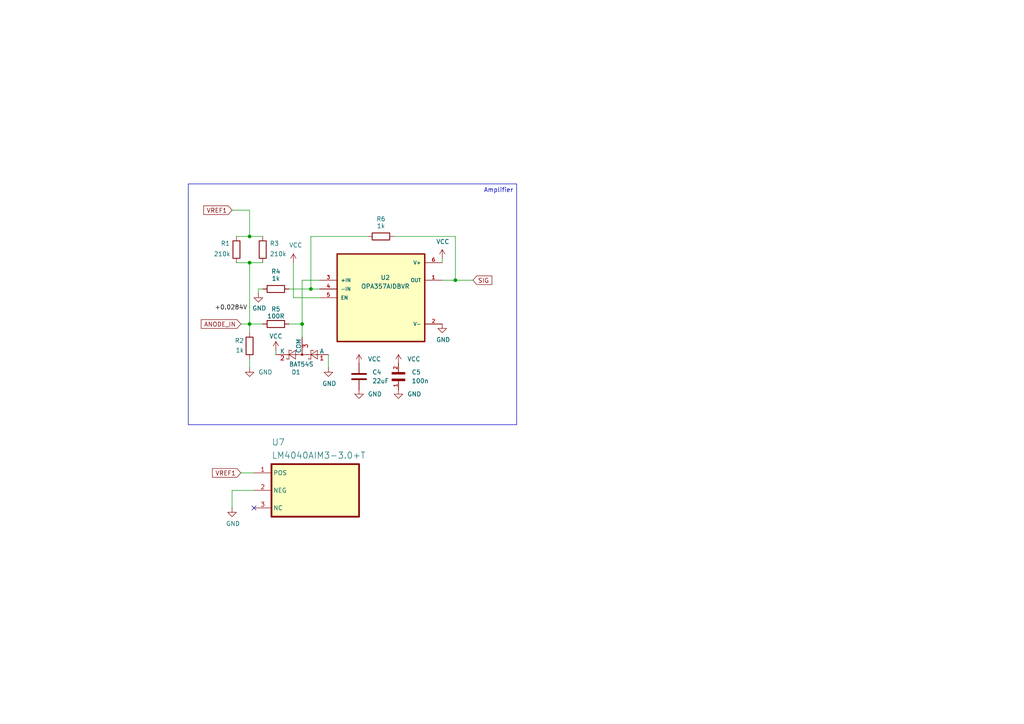
<source format=kicad_sch>
(kicad_sch (version 20231120) (generator "eeschema") (generator_version "8.0")
  (paper "A4")
  (title_block (title "Amplifier") (date "2025-03-23") (rev "0.1.5") (company "Vadym Vikulin"))
  (lib_symbols
    (symbol "CL10B104KC8NNNC:CL10B104KC8NNNC" (pin_names (offset 1.016))
      (property "Reference" "C" (at 0 3.8109 0))
      (property "Value" "CL10B104KC8NNNC" (at 0 -5.0885 0))
      (symbol "CL10B104KC8NNNC_0_0"
        (rectangle (start 0 -1.9069) (end 0.635 1.905) (stroke (width 0.1)) (fill (type outline)))
        (rectangle (start 1.9069 -1.9069) (end 2.54 1.905) (stroke (width 0.1)) (fill (type outline)))
        (pin passive line (at -2.54 0 0) (length 2.54) (name "~") (number "1"))
        (pin passive line (at 5.08 0 180) (length 2.54) (name "~") (number "2"))
      )
    )
    (symbol "Device:C" (pin_numbers hide) (pin_names (offset 0.254))
      (property "Reference" "C" (at 0.635 2.54 0))
      (property "Value" "C" (at 0.635 -2.54 0))
      (symbol "C_0_1"
        (polyline (pts (xy -2.032 -0.762) (xy 2.032 -0.762)) (stroke (width 0.508)))
        (polyline (pts (xy -2.032 0.762) (xy 2.032 0.762)) (stroke (width 0.508)))
      )
      (symbol "C_1_1"
        (pin passive line (at 0 3.81 270) (length 2.794) (name "~") (number "1"))
        (pin passive line (at 0 -3.81 90) (length 2.794) (name "~") (number "2"))
      )
    )
    (symbol "Device:R" (pin_numbers hide) (pin_names (offset 0))
      (property "Reference" "R" (at 2.032 0 90))
      (property "Value" "R" (at 0 0 90))
      (symbol "R_0_1"
        (rectangle (start -1.016 -2.54) (end 1.016 2.54) (stroke (width 0.254)))
      )
      (symbol "R_1_1"
        (pin passive line (at 0 3.81 270) (length 1.27) (name "~") (number "1"))
        (pin passive line (at 0 -3.81 90) (length 1.27) (name "~") (number "2"))
      )
    )
    (symbol "Diode:BAT54S" (pin_names (offset 0))
      (property "Reference" "D" (at 2.54 -5.08 0))
      (property "Value" "BAT54S" (at -6.35 3.175 0))
      (symbol "BAT54S_0_1"
        (polyline (pts (xy -3.81 0) (xy -1.27 0)))
        (polyline (pts (xy -3.175 -1.27) (xy -3.175 -1.016)))
        (polyline (pts (xy -2.54 -1.27) (xy -3.175 -1.27)))
        (polyline (pts (xy -2.54 -1.27) (xy -2.54 1.27)))
        (polyline (pts (xy -2.54 1.27) (xy -1.905 1.27)))
        (polyline (pts (xy -1.905 0) (xy 1.905 0)))
        (polyline (pts (xy -1.905 1.27) (xy -1.905 1.016)))
        (polyline (pts (xy 1.27 0) (xy 3.81 0)))
        (polyline (pts (xy 3.175 -1.27) (xy 3.175 -1.016)))
        (polyline (pts (xy 3.81 -1.27) (xy 3.175 -1.27)))
        (polyline (pts (xy 3.81 -1.27) (xy 3.81 1.27)))
        (polyline (pts (xy 3.81 1.27) (xy 4.445 1.27)))
        (polyline (pts (xy 4.445 1.27) (xy 4.445 1.016)))
        (polyline (pts (xy -4.445 1.27) (xy -4.445 -1.27) (xy -2.54 0) (xy -4.445 1.27)))
        (polyline (pts (xy 1.905 1.27) (xy 1.905 -1.27) (xy 3.81 0) (xy 1.905 1.27)))
        (circle (center 0 0) (radius 0.254) (fill (type outline)))
      )
      (symbol "BAT54S_1_1"
        (pin passive line (at -7.62 0 0) (length 3.81) (name "A") (number "1"))
        (pin passive line (at 7.62 0 180) (length 3.81) (name "K") (number "2"))
        (pin passive line (at 0 -5.08 90) (length 5.08) (name "COM") (number "3"))
      )
    )
    (symbol "LM4040AIM3-3_0-T:LM4040AIM3-3_0-T"
      (property "Reference" "U" (at -1.27 1.27 0))
      (property "Value" "*" (at -1.27 -3.81 0))
      (property "Check_prices" "https://www.snapeda.com/parts/LM4040AIM3-3.0/NOPB/Texas%20Instruments/view-part/426658/?ref=eda" (at 0 -10.62 0))
      (symbol "LM4040AIM3-3_0-T_1_0"
        (rectangle (start 12.7 7.62) (end -12.7 -7.62) (stroke (width 0.508) (color 128 0 0 1)) (fill (type background)))
        (pin bidirectional line (at -17.78 5.08 0) (length 5.08) (name "POS") (number "1"))
        (pin bidirectional line (at -17.78 0 0) (length 5.08) (name "NEG") (number "2"))
        (pin bidirectional line (at -17.78 -5.08 0) (length 5.08) (name "NC") (number "3"))
      )
    )
    (symbol "OPA357AIDBVR:OPA357AIDBVR" (pin_names (offset 1.016))
      (property "Reference" "U" (at -12.7 13.7 0))
      (property "Value" "OPA357AIDBVR" (at -12.7 -16.7 0))
      (symbol "OPA357AIDBVR_0_0"
        (rectangle (start -12.7 -12.7) (end 12.7 12.7) (stroke (width 0.41)) (fill (type background)))
        (pin output line (at 17.78 5.08 180) (length 5.08) (name "OUT") (number "1"))
        (pin power_in line (at 17.78 -7.62 180) (length 5.08) (name "V-") (number "2"))
        (pin input line (at -17.78 5.08 0) (length 5.08) (name "+IN") (number "3"))
        (pin input line (at -17.78 2.54 0) (length 5.08) (name "-IN") (number "4"))
        (pin input line (at -17.78 0 0) (length 5.08) (name "EN") (number "5"))
        (pin power_in line (at 17.78 10.16 180) (length 5.08) (name "V+") (number "6"))
      )
    )
    (symbol "power:GND" (power) (pin_numbers hide) (pin_names (offset 0) hide)
      (property "Value" "GND" (at 0 -3.81 0))
      (symbol "GND_0_1"
        (polyline (pts (xy 0 0) (xy 0 -1.27) (xy 1.27 -1.27) (xy 0 -2.54) (xy -1.27 -1.27) (xy 0 -1.27)))
      )
      (symbol "GND_1_1"
        (pin power_in line (at 0 0 270) (length 0) (name "~") (number "1"))
      )
    )
    (symbol "power:VCC" (power) (pin_numbers hide) (pin_names (offset 0) hide)
      (property "Value" "VCC" (at 0 3.556 0))
      (symbol "VCC_0_1"
        (polyline (pts (xy -0.762 1.27) (xy 0 2.54)))
        (polyline (pts (xy 0 0) (xy 0 2.54)))
        (polyline (pts (xy 0 2.54) (xy 0.762 1.27)))
      )
      (symbol "VCC_1_1"
        (pin power_in line (at 0 0 90) (length 0) (name "~") (number "1"))
      )
    )
  )
  (junction (at 90.17 83.82))
  (junction (at 87.63 93.98))
  (junction (at 72.39 93.98))
  (junction (at 72.39 68.58))
  (junction (at 132.08 81.28))
  (junction (at 72.39 76.2))
  (no_connect (at 73.66 147.32))
  (wire (pts (xy 132.08 68.58) (xy 132.08 81.28)))
  (wire (pts (xy 114.3 68.58) (xy 132.08 68.58)))
  (wire (pts (xy 85.09 86.36) (xy 92.71 86.36)))
  (wire (pts (xy 67.31 60.96) (xy 72.39 60.96)))
  (wire (pts (xy 68.58 76.2) (xy 72.39 76.2)))
  (wire (pts (xy 72.39 93.98) (xy 72.39 96.52)))
  (wire (pts (xy 72.39 93.98) (xy 76.2 93.98)))
  (wire (pts (xy 90.17 83.82) (xy 92.71 83.82)))
  (wire (pts (xy 72.39 60.96) (xy 72.39 68.58)))
  (wire (pts (xy 87.63 81.28) (xy 92.71 81.28)))
  (wire (pts (xy 74.93 85.09) (xy 74.93 83.82)))
  (wire (pts (xy 90.17 68.58) (xy 90.17 83.82)))
  (wire (pts (xy 69.85 137.16) (xy 73.66 137.16)))
  (wire (pts (xy 72.39 68.58) (xy 76.2 68.58)))
  (wire (pts (xy 90.17 68.58) (xy 106.68 68.58)))
  (wire (pts (xy 74.93 83.82) (xy 76.2 83.82)))
  (wire (pts (xy 80.01 101.6) (xy 80.01 102.87)))
  (wire (pts (xy 67.31 142.24) (xy 73.66 142.24)))
  (wire (pts (xy 87.63 97.79) (xy 87.63 93.98)))
  (wire (pts (xy 67.31 147.32) (xy 67.31 142.24)))
  (wire (pts (xy 68.58 68.58) (xy 72.39 68.58)))
  (wire (pts (xy 83.82 83.82) (xy 90.17 83.82)))
  (wire (pts (xy 95.25 102.87) (xy 95.25 106.68)))
  (wire (pts (xy 132.08 81.28) (xy 137.16 81.28)))
  (wire (pts (xy 69.85 93.98) (xy 72.39 93.98)))
  (wire (pts (xy 132.08 81.28) (xy 128.27 81.28)))
  (wire (pts (xy 87.63 81.28) (xy 87.63 93.98)))
  (wire (pts (xy 72.39 76.2) (xy 76.2 76.2)))
  (wire (pts (xy 128.27 74.93) (xy 128.27 76.2)))
  (wire (pts (xy 72.39 104.14) (xy 72.39 106.68)))
  (wire (pts (xy 85.09 76.2) (xy 85.09 86.36)))
  (wire (pts (xy 83.82 93.98) (xy 87.63 93.98)))
  (wire (pts (xy 72.39 76.2) (xy 72.39 93.98)))
  (text_box "Amplifier\n\n" (at 54.61 53.34 0) (size 95.25 69.85) (effects (font (size 1.27 1.27)) (justify right top)))
  (label "+0.0284V" (at 62.23 90.17 0))
  (global_label "SIG" (shape input) (at 137.16 81.28 0) (property "Intersheetrefs" "${INTERSHEET_REFS}" (effects (hide yes))))
  (global_label "VREF1" (shape input) (at 67.31 60.96 180) (property "Intersheetrefs" "${INTERSHEET_REFS}" (effects (hide yes))))
  (global_label "VREF1" (shape input) (at 69.85 137.16 180) (property "Intersheetrefs" "${INTERSHEET_REFS}" (effects (hide yes))))
  (global_label "ANODE_IN" (shape input) (at 69.85 93.98 180) (property "Intersheetrefs" "${INTERSHEET_REFS}" (effects (hide yes))))
  (symbol (lib_id "power:VCC") (at 85.09 76.2 0) (unit 1)
    (property "Reference" "#PWR019" (effects (hide yes)))
    (property "Value" "VCC" (at 83.82 71.12 0) (effects (justify left)))
    (property "Description" "Power symbol creates a global label with name \"VCC\"" (effects (hide yes)))
  )
  (symbol (lib_id "power:VCC") (at 80.01 101.6 0) (unit 1)
    (property "Reference" "#PWR018" (effects (hide yes)))
    (property "Value" "VCC" (at 80.01 97.536 0))
    (property "Description" "Power symbol creates a global label with name \"VCC\"" (effects (hide yes)))
  )
  (symbol (lib_id "power:GND") (at 104.14 113.03 0) (unit 1)
    (property "Reference" "#PWR022" (effects (hide yes)))
    (property "Value" "GND" (at 106.68 114.2999 0) (effects (justify left)))
    (property "Description" "Power symbol creates a global label with name \"GND\" , ground" (effects (hide yes)))
  )
  (symbol (lib_id "Device:R") (at 80.01 83.82 90) (unit 1)
    (property "Reference" "R4" (at 80.01 78.74 90))
    (property "Value" "1k" (at 80.01 80.772 90))
    (property "Footprint" "ERJ3EKF1001V:RES_ERJ3EKF1001V" (effects (hide yes)))
    (property "Description" "Resistor" (effects (hide yes)))
    (property "MP" "ERJ3EKF1001V" (effects (hide yes)))
    (property "Package" "0603" (effects (hide yes)))
  )
  (symbol (lib_id "power:GND") (at 72.39 106.68 0) (unit 1)
    (property "Reference" "#PWR016" (effects (hide yes)))
    (property "Value" "GND" (at 74.93 107.9499 0) (effects (justify left)))
    (property "Description" "Power symbol creates a global label with name \"GND\" , ground" (effects (hide yes)))
  )
  (symbol (lib_id "power:VCC") (at 128.27 74.93 0) (unit 1)
    (property "Reference" "#PWR025" (effects (hide yes)))
    (property "Value" "VCC" (at 126.492 70.104 0) (effects (justify left)))
    (property "Description" "Power symbol creates a global label with name \"VCC\"" (effects (hide yes)))
  )
  (symbol (lib_id "power:VCC") (at 104.14 105.41 0) (unit 1)
    (property "Reference" "#PWR021" (effects (hide yes)))
    (property "Value" "VCC" (at 106.68 104.1399 0) (effects (justify left)))
    (property "Description" "Power symbol creates a global label with name \"VCC\"" (effects (hide yes)))
  )
  (symbol (lib_id "power:GND") (at 67.31 147.32 0) (unit 1)
    (property "Reference" "#PWR048" (effects (hide yes)))
    (property "Value" "GND" (at 65.532 151.892 0) (effects (justify left)))
    (property "Description" "Power symbol creates a global label with name \"GND\" , ground" (effects (hide yes)))
  )
  (symbol (lib_id "Device:R") (at 110.49 68.58 90) (unit 1)
    (property "Reference" "R6" (at 110.49 63.5 90))
    (property "Value" "1k" (at 110.49 65.532 90))
    (property "Footprint" "ERJ3EKF1001V:RES_ERJ3EKF1001V" (effects (hide yes)))
    (property "Description" "Resistor" (effects (hide yes)))
    (property "MP" "ERJ3EKF1001V" (effects (hide yes)))
    (property "Package" "0603" (effects (hide yes)))
  )
  (symbol (lib_id "power:GND") (at 128.27 93.98 0) (unit 1)
    (property "Reference" "#PWR026" (effects (hide yes)))
    (property "Value" "GND" (at 126.492 98.552 0) (effects (justify left)))
    (property "Description" "Power symbol creates a global label with name \"GND\" , ground" (effects (hide yes)))
  )
  (symbol (lib_id "Device:R") (at 68.58 72.39 180) (unit 1)
    (property "Reference" "R1" (at 64.008 70.612 0) (effects (justify right)))
    (property "Value" "210k" (at 61.976 73.66 0) (effects (justify right)))
    (property "Footprint" "ERJ3EKF2103V:RES_ERJ3EKF2103V" (effects (hide yes)))
    (property "Description" "Resistor" (effects (hide yes)))
    (property "MP" "ERJ3EKF2103V" (effects (hide yes)))
    (property "Package" "0603" (effects (hide yes)))
  )
  (symbol (lib_id "CL10B104KC8NNNC:CL10B104KC8NNNC") (at 115.57 110.49 90) (unit 1)
    (property "Reference" "C5" (at 119.38 107.9499 90) (effects (justify right)))
    (property "Value" "100n" (at 119.38 110.4899 90) (effects (justify right)))
    (property "Footprint" "CL10B104KC8NNNC:CAPC1608X90N" (effects (hide yes)))
    (property "MF" "Samsung" (effects (hide yes)))
    (property "MAXIMUM_PACKAGE_HEIGHT" "0.9 mm" (effects (hide yes)))
    (property "Package" "0603 Samsung" (effects (hide yes)))
    (property "Price" "None" (effects (hide yes)))
    (property "Check_prices" "https://www.snapeda.com/parts/CL10B104KC8NNNC/Samsung/view-part/?ref=eda" (effects (hide yes)))
    (property "STANDARD" "IPC-7351B" (effects (hide yes)))
    (property "PARTREV" "NA" (effects (hide yes)))
    (property "SnapEDA_Link" "https://www.snapeda.com/parts/CL10B104KC8NNNC/Samsung/view-part/?ref=snap" (effects (hide yes)))
    (property "MP" "CL10B104KC8NNNC" (effects (hide yes)))
    (property "Description_1" "\n                        \n                            0.1 µF ±10% 100V Ceramic Capacitor X7R 0603 (1608 Metric)\n                        \n" (effects (hide yes)))
    (property "Availability" "In Stock" (effects (hide yes)))
    (property "MANUFACTURER" "Samsung" (effects (hide yes)))
  )
  (symbol (lib_id "Device:C") (at 104.14 109.22 0) (unit 1)
    (property "Reference" "C4" (at 107.95 107.9499 0) (effects (justify left)))
    (property "Value" "22uF" (at 107.95 110.4899 0) (effects (justify left)))
    (property "Footprint" "CL10A226MP8NUNE:CAPC1608X90N" (effects (hide yes)))
    (property "Description" "Unpolarized capacitor" (effects (hide yes)))
    (property "MP" "CL10A226MP8NUNE" (effects (hide yes)))
    (property "Package" "0603 Samsung" (effects (hide yes)))
  )
  (symbol (lib_id "power:GND") (at 115.57 113.03 0) (unit 1)
    (property "Reference" "#PWR024" (effects (hide yes)))
    (property "Value" "GND" (at 118.11 114.2999 0) (effects (justify left)))
    (property "Description" "Power symbol creates a global label with name \"GND\" , ground" (effects (hide yes)))
  )
  (symbol (lib_id "power:GND") (at 74.93 85.09 0) (unit 1)
    (property "Reference" "#PWR017" (effects (hide yes)))
    (property "Value" "GND" (at 73.152 89.408 0) (effects (justify left)))
    (property "Description" "Power symbol creates a global label with name \"GND\" , ground" (effects (hide yes)))
  )
  (symbol (lib_id "Diode:BAT54S") (at 87.63 102.87 180) (unit 1)
    (property "Reference" "D1" (at 85.852 107.95 0))
    (property "Value" "BAT54S" (at 87.376 105.664 0))
    (property "Footprint" "Package_TO_SOT_SMD:SOT-23" (effects (hide yes)))
    (property "Datasheet" "https://www.diodes.com/assets/Datasheets/ds11005.pdf" (effects (hide yes)))
    (property "Description" "Vr 30V, If 200mA, Dual schottky barrier diode, in series, SOT-323" (effects (hide yes)))
    (property "Package" "SOT-23" (effects (hide yes)))
    (property "MP" "933976380215" (effects (hide yes)))
  )
  (symbol (lib_id "Device:R") (at 80.01 93.98 90) (unit 1)
    (property "Reference" "R5" (at 80.01 89.662 90))
    (property "Value" "100R" (at 80.01 91.694 90))
    (property "Footprint" "ERJ3EKF1000V:RES_ERJ3EKF1000V" (effects (hide yes)))
    (property "Description" "Resistor" (effects (hide yes)))
    (property "MP" "ERJ3EKF1000V" (effects (hide yes)))
    (property "Package" "0603" (effects (hide yes)))
  )
  (symbol (lib_id "LM4040AIM3-3_0-T:LM4040AIM3-3_0-T") (at 91.44 142.24 0) (unit 1)
    (property "Reference" "U7" (at 78.74 128.27 0) (effects (font (size 1.8288 1.8288)) (justify left)))
    (property "Value" "LM4040AIM3-3.0+T" (at 78.74 132.08 0) (effects (font (size 1.8288 1.8288)) (justify left)))
    (property "Footprint" "LM4040AIM3-3_0-T:SOT95P237X112-3N" (effects (hide yes)))
    (property "Description" "100-ppm/C precision micropower shunt voltage reference 3-SOT-23" (effects (hide yes)))
    (property "DigiKey-Purchase-URL" "https://snapeda.com/shop?store=DigiKey&id=426658" (effects (hide yes)))
    (property "Arrow_Asia-Purchase-URL" "https://snapeda.com/shop?store=Arrow+Asia&id=426658" (effects (hide yes)))
    (property "MP" "LM4040AIM3-3.0/NOPB" (effects (hide yes)))
    (property "SnapEDA_Link" "https://www.snapeda.com/parts/LM4040AIM3-3.0/NOPB/Texas%20Instruments/view-part/426658/?ref=snap" (effects (hide yes)))
    (property "Arrow_Electronics-Purchase-URL" "https://snapeda.com/shop?store=Arrow+Electronics&id=426658" (effects (hide yes)))
    (property "Availability" "Good" (effects (hide yes)))
    (property "MF" "Texas Instruments" (effects (hide yes)))
    (property "Mouser-Purchase-URL" "https://snapeda.com/shop?store=Mouser&id=426658" (effects (hide yes)))
    (property "Package" "SOT-23-3 Texas Instruments" (effects (hide yes)))
    (property "Texas_Instruments-Purchase-URL" "https://snapeda.com/shop?store=Texas+Instruments&id=426658" (effects (hide yes)))
    (property "ALTIUM_VALUE" "*" (effects (hide yes)))
    (property "Price" "None" (effects (hide yes)))
    (property "Check_prices" "https://www.snapeda.com/parts/LM4040AIM3-3.0/NOPB/Texas%20Instruments/view-part/426658/?ref=eda" (effects (hide yes)))
  )
  (symbol (lib_id "OPA357AIDBVR:OPA357AIDBVR") (at 110.49 86.36 0) (unit 1)
    (property "Reference" "U2" (at 111.76 80.518 0))
    (property "Value" "OPA357AIDBVR" (at 111.76 83.058 0))
    (property "Footprint" "OPA357AIDBVR:SOT95P280X145-6N" (effects (hide yes)))
    (property "MF" "Texas Instruments" (effects (hide yes)))
    (property "Description_1" "\n                        \n                            250MHz, Rail-to-Rail I/O, Single CMOS Operational Amplifier w/Shutdown\n                        \n" (effects (hide yes)))
    (property "Package" "SOT-23-6 Texas Instruments" (effects (hide yes)))
    (property "Price" "None" (effects (hide yes)))
    (property "SnapEDA_Link" "https://www.snapeda.com/parts/OPA357AIDBVR/Texas+Instruments/view-part/?ref=snap" (effects (hide yes)))
    (property "MP" "OPA357AIDBVR" (effects (hide yes)))
    (property "Availability" "In Stock" (effects (hide yes)))
    (property "Check_prices" "https://www.snapeda.com/parts/OPA357AIDBVR/Texas+Instruments/view-part/?ref=eda" (effects (hide yes)))
  )
  (symbol (lib_id "power:GND") (at 95.25 106.68 0) (unit 1)
    (property "Reference" "#PWR020" (effects (hide yes)))
    (property "Value" "GND" (at 93.472 111.252 0) (effects (justify left)))
    (property "Description" "Power symbol creates a global label with name \"GND\" , ground" (effects (hide yes)))
  )
  (symbol (lib_id "Device:R") (at 76.2 72.39 180) (unit 1)
    (property "Reference" "R3" (at 78.232 70.612 0) (effects (justify right)))
    (property "Value" "210k" (at 78.232 73.66 0) (effects (justify right)))
    (property "Footprint" "ERJ3EKF2103V:RES_ERJ3EKF2103V" (effects (hide yes)))
    (property "Description" "Resistor" (effects (hide yes)))
    (property "MP" "ERJ3EKF2103V" (effects (hide yes)))
    (property "Package" "0603" (effects (hide yes)))
  )
  (symbol (lib_id "power:VCC") (at 115.57 105.41 0) (unit 1)
    (property "Reference" "#PWR023" (effects (hide yes)))
    (property "Value" "VCC" (at 118.11 104.1399 0) (effects (justify left)))
    (property "Description" "Power symbol creates a global label with name \"VCC\"" (effects (hide yes)))
  )
  (symbol (lib_id "Device:R") (at 72.39 100.33 180) (unit 1)
    (property "Reference" "R2" (at 68.072 98.806 0) (effects (justify right)))
    (property "Value" "1k" (at 68.326 101.6 0) (effects (justify right)))
    (property "Footprint" "ERJ3EKF1001V:RES_ERJ3EKF1001V" (effects (hide yes)))
    (property "Description" "Resistor" (effects (hide yes)))
    (property "MP" "ERJ3EKF1001V" (effects (hide yes)))
    (property "Package" "0603" (effects (hide yes)))
  )
)
</source>
